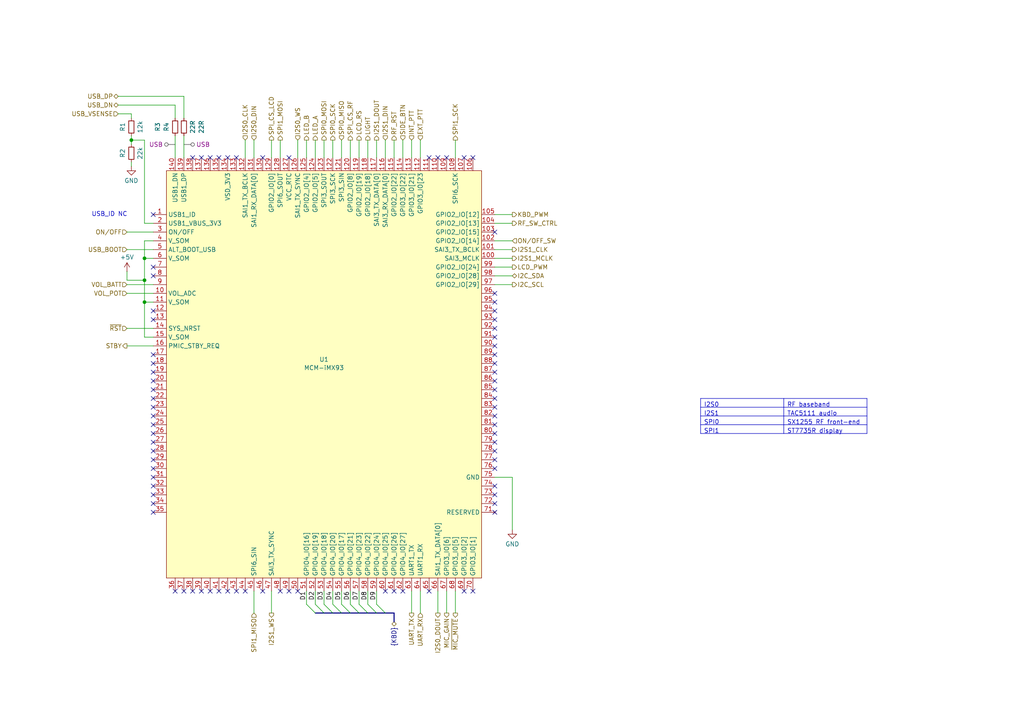
<source format=kicad_sch>
(kicad_sch (version 20250114) (generator "eeschema") (generator_version "9.0")
  (paper "A4")
  (title_block (title "LinHT - Linux-based SDR handheld transceiver") (date "28 July 2025") (rev "A") (company "M17 Foundation") (comment 1 "Author: Wojciech SP5WWP, Andy OE3ANC, Vlastimil OK5VAS"))
  (lib_symbols
    (symbol "Device:R_Small" (pin_numbers (hide yes)) (pin_names (offset 0.254) (hide yes))
      (property "Reference" "R" (at 0 0 90))
      (property "Value" "R_Small" (at 1.778 0 90))
      (symbol "R_Small_0_1"
        (rectangle (start -0.762 1.778) (end 0.762 -1.778) (stroke (width 0.2032)))
      )
      (symbol "R_Small_1_1"
        (pin passive line (at 0 2.54 270) (length 0.762) (name "~") (number "1"))
        (pin passive line (at 0 -2.54 90) (length 0.762) (name "~") (number "2"))
      )
    )
    (symbol "MCM-iMX93-SOM:MCM-iMX93-SOM"
      (property "Reference" "U1" (at 0 1.6814 0))
      (property "Value" "MCM-iMX93" (at 0 0 0))
      (symbol "MCM-iMX93-SOM_1_1"
        (rectangle (start -45.72 55.88) (end 45.72 -62.23) (fill (type background)))
        (pin bidirectional line (at -49.53 43.18 0) (length 3.81) (name "USB1_ID") (number "1"))
        (pin bidirectional line (at -49.53 40.64 0) (length 3.81) (name "USB1_VBUS_3V3") (number "2"))
        (pin bidirectional line (at -49.53 38.1 0) (length 3.81) (name "ON/OFF") (number "3"))
        (pin power_in line (at -49.53 35.56 0) (length 3.81) (name "V_SOM") (number "4"))
        (pin bidirectional line (at -49.53 33.02 0) (length 3.81) (name "ALT_BOOT_USB") (number "5"))
        (pin power_in line (at -49.53 30.48 0) (length 3.81) (name "V_SOM") (number "6"))
        (pin bidirectional line (at -49.53 27.94 0) (length 3.81) (name "") (number "7"))
        (pin bidirectional line (at -49.53 25.4 0) (length 3.81) (name "") (number "8"))
        (pin bidirectional line (at -49.53 22.86 0) (length 3.81) (name "") (number "9"))
        (pin bidirectional line (at -49.53 20.32 0) (length 3.81) (name "VOL_ADC") (number "10"))
        (pin power_in line (at -49.53 17.78 0) (length 3.81) (name "V_SOM") (number "11"))
        (pin bidirectional line (at -49.53 15.24 0) (length 3.81) (name "") (number "12"))
        (pin bidirectional line (at -49.53 12.7 0) (length 3.81) (name "") (number "13"))
        (pin bidirectional line (at -49.53 10.16 0) (length 3.81) (name "SYS_NRST") (number "14"))
        (pin power_in line (at -49.53 7.62 0) (length 3.81) (name "V_SOM") (number "15"))
        (pin bidirectional line (at -49.53 5.08 0) (length 3.81) (name "PMIC_STBY_REQ") (number "16"))
        (pin bidirectional line (at -49.53 2.54 0) (length 3.81) (name "") (number "17"))
        (pin bidirectional line (at -49.53 0 0) (length 3.81) (name "") (number "18"))
        (pin bidirectional line (at -49.53 -2.54 0) (length 3.81) (name "") (number "19"))
        (pin bidirectional line (at -49.53 -5.08 0) (length 3.81) (name "") (number "20"))
        (pin bidirectional line (at -49.53 -7.62 0) (length 3.81) (name "") (number "21"))
        (pin bidirectional line (at -49.53 -10.16 0) (length 3.81) (name "") (number "22"))
        (pin bidirectional line (at -49.53 -12.7 0) (length 3.81) (name "") (number "23"))
        (pin bidirectional line (at -49.53 -15.24 0) (length 3.81) (name "") (number "24"))
        (pin bidirectional line (at -49.53 -17.78 0) (length 3.81) (name "") (number "25"))
        (pin bidirectional line (at -49.53 -20.32 0) (length 3.81) (name "") (number "26"))
        (pin bidirectional line (at -49.53 -22.86 0) (length 3.81) (name "") (number "27"))
        (pin bidirectional line (at -49.53 -25.4 0) (length 3.81) (name "") (number "28"))
        (pin bidirectional line (at -49.53 -27.94 0) (length 3.81) (name "") (number "29"))
        (pin bidirectional line (at -49.53 -30.48 0) (length 3.81) (name "") (number "30"))
        (pin bidirectional line (at -49.53 -33.02 0) (length 3.81) (name "") (number "31"))
        (pin bidirectional line (at -49.53 -35.56 0) (length 3.81) (name "") (number "32"))
        (pin bidirectional line (at -49.53 -38.1 0) (length 3.81) (name "") (number "33"))
        (pin bidirectional line (at -49.53 -40.64 0) (length 3.81) (name "") (number "34"))
        (pin bidirectional line (at -49.53 -43.18 0) (length 3.81) (name "") (number "35"))
        (pin bidirectional line (at -43.18 59.69 270) (length 3.81) (name "USB1_DN") (number "140"))
        (pin bidirectional line (at -43.18 -66.04 90) (length 3.81) (name "") (number "36"))
        (pin bidirectional line (at -40.64 59.69 270) (length 3.81) (name "USB1_DP") (number "139"))
        (pin bidirectional line (at -40.64 -66.04 90) (length 3.81) (name "") (number "37"))
        (pin bidirectional line (at -38.1 59.69 270) (length 3.81) (name "") (number "138"))
        (pin bidirectional line (at -38.1 -66.04 90) (length 3.81) (name "") (number "38"))
        (pin bidirectional line (at -35.56 59.69 270) (length 3.81) (name "") (number "137"))
        (pin bidirectional line (at -35.56 -66.04 90) (length 3.81) (name "") (number "39"))
        (pin bidirectional line (at -33.02 59.69 270) (length 3.81) (name "") (number "136"))
        (pin bidirectional line (at -33.02 -66.04 90) (length 3.81) (name "") (number "40"))
        (pin bidirectional line (at -30.48 59.69 270) (length 3.81) (name "") (number "135"))
        (pin bidirectional line (at -30.48 -66.04 90) (length 3.81) (name "") (number "41"))
        (pin power_out line (at -27.94 59.69 270) (length 3.81) (name "VSD_3V3") (number "134"))
        (pin bidirectional line (at -27.94 -66.04 90) (length 3.81) (name "") (number "42"))
        (pin bidirectional line (at -25.4 59.69 270) (length 3.81) (name "") (number "133"))
        (pin bidirectional line (at -25.4 -66.04 90) (length 3.81) (name "") (number "43"))
        (pin bidirectional line (at -22.86 59.69 270) (length 3.81) (name "SAI1_TX_BCLK") (number "132"))
        (pin bidirectional line (at -22.86 -66.04 90) (length 3.81) (name "") (number "44"))
        (pin bidirectional line (at -20.32 59.69 270) (length 3.81) (name "SAI1_RX_DATA[0]") (number "131"))
        (pin bidirectional line (at -20.32 -66.04 90) (length 3.81) (name "SPI6_SIN") (number "45"))
        (pin bidirectional line (at -17.78 59.69 270) (length 3.81) (name "") (number "130"))
        (pin bidirectional line (at -17.78 -66.04 90) (length 3.81) (name "") (number "46"))
        (pin bidirectional line (at -15.24 59.69 270) (length 3.81) (name "GPIO2_IO[0]") (number "129"))
        (pin bidirectional line (at -15.24 -66.04 90) (length 3.81) (name "SAI3_TX_SYNC") (number "47"))
        (pin bidirectional line (at -12.7 59.69 270) (length 3.81) (name "SPI6_SOUT") (number "128"))
        (pin bidirectional line (at -12.7 -66.04 90) (length 3.81) (name "") (number "48"))
        (pin power_in line (at -10.16 59.69 270) (length 3.81) (name "VCC_RTC") (number "127"))
        (pin bidirectional line (at -10.16 -66.04 90) (length 3.81) (name "") (number "49"))
        (pin bidirectional line (at -7.62 59.69 270) (length 3.81) (name "SAI1_TX_SYNC") (number "126"))
        (pin bidirectional line (at -7.62 -66.04 90) (length 3.81) (name "") (number "50"))
        (pin bidirectional line (at -5.08 59.69 270) (length 3.81) (name "GPIO2_IO[4]") (number "125"))
        (pin bidirectional line (at -5.08 -66.04 90) (length 3.81) (name "GPIO4_IO[16]") (number "51"))
        (pin bidirectional line (at -2.54 59.69 270) (length 3.81) (name "GPIO2_IO[5]") (number "124"))
        (pin bidirectional line (at -2.54 -66.04 90) (length 3.81) (name "GPIO4_IO[19]") (number "52"))
        (pin bidirectional line (at 0 59.69 270) (length 3.81) (name "SPI3_SOUT") (number "123"))
        (pin bidirectional line (at 0 -66.04 90) (length 3.81) (name "GPIO4_IO[18]") (number "53"))
        (pin bidirectional line (at 2.54 59.69 270) (length 3.81) (name "SPI3_SCK") (number "122"))
        (pin bidirectional line (at 2.54 -66.04 90) (length 3.81) (name "GPIO4_IO[20]") (number "54"))
        (pin bidirectional line (at 5.08 59.69 270) (length 3.81) (name "SPI3_SIN") (number "121"))
        (pin bidirectional line (at 5.08 -66.04 90) (length 3.81) (name "GPIO4_IO[17]") (number "55"))
        (pin bidirectional line (at 7.62 59.69 270) (length 3.81) (name "GPIO2_IO[8]") (number "120"))
        (pin bidirectional line (at 7.62 -66.04 90) (length 3.81) (name "GPIO4_IO[21]") (number "56"))
        (pin bidirectional line (at 10.16 59.69 270) (length 3.81) (name "GPIO2_IO[19]") (number "119"))
        (pin bidirectional line (at 10.16 -66.04 90) (length 3.81) (name "GPIO4_IO[23]") (number "57"))
        (pin bidirectional line (at 12.7 59.69 270) (length 3.81) (name "GPIO2_IO[18]") (number "118"))
        (pin bidirectional line (at 12.7 -66.04 90) (length 3.81) (name "GPIO4_IO[22]") (number "58"))
        (pin bidirectional line (at 15.24 59.69 270) (length 3.81) (name "SAI3_TX_DATA[0]") (number "117"))
        (pin bidirectional line (at 15.24 -66.04 90) (length 3.81) (name "GPIO4_IO[24]") (number "59"))
        (pin bidirectional line (at 17.78 59.69 270) (length 3.81) (name "SAI3_RX_DATA[0]") (number "116"))
        (pin bidirectional line (at 17.78 -66.04 90) (length 3.81) (name "GPIO4_IO[25]") (number "60"))
        (pin bidirectional line (at 20.32 59.69 270) (length 3.81) (name "GPIO2_IO[22]") (number "115"))
        (pin bidirectional line (at 20.32 -66.04 90) (length 3.81) (name "GPIO4_IO[26]") (number "61"))
        (pin bidirectional line (at 22.86 59.69 270) (length 3.81) (name "GPIO3_IO[22]") (number "114"))
        (pin bidirectional line (at 22.86 -66.04 90) (length 3.81) (name "GPIO4_IO[27]") (number "62"))
        (pin bidirectional line (at 25.4 59.69 270) (length 3.81) (name "GPIO3_IO[21]") (number "113"))
        (pin bidirectional line (at 25.4 -66.04 90) (length 3.81) (name "UART1_TX") (number "63"))
        (pin bidirectional line (at 27.94 59.69 270) (length 3.81) (name "GPIO3_IO[23") (number "112"))
        (pin bidirectional line (at 27.94 -66.04 90) (length 3.81) (name "UART1_RX") (number "64"))
        (pin bidirectional line (at 30.48 59.69 270) (length 3.81) (name "") (number "111"))
        (pin bidirectional line (at 30.48 -66.04 90) (length 3.81) (name "") (number "65"))
        (pin bidirectional line (at 33.02 59.69 270) (length 3.81) (name "") (number "110"))
        (pin bidirectional line (at 33.02 -66.04 90) (length 3.81) (name "SAI1_TX_DATA[0]") (number "66"))
        (pin bidirectional line (at 35.56 59.69 270) (length 3.81) (name "") (number "109"))
        (pin bidirectional line (at 35.56 -66.04 90) (length 3.81) (name "GPIO3_IO[6]") (number "67"))
        (pin bidirectional line (at 38.1 59.69 270) (length 3.81) (name "SPI6_SCK") (number "108"))
        (pin bidirectional line (at 38.1 -66.04 90) (length 3.81) (name "GPIO3_IO[5]") (number "68"))
        (pin bidirectional line (at 40.64 59.69 270) (length 3.81) (name "") (number "107"))
        (pin bidirectional line (at 40.64 -66.04 90) (length 3.81) (name "GPIO3_IO[2]") (number "69"))
        (pin bidirectional line (at 43.18 59.69 270) (length 3.81) (name "") (number "106"))
        (pin bidirectional line (at 43.18 -66.04 90) (length 3.81) (name "GPIO3_IO[1]") (number "70"))
        (pin bidirectional line (at 49.53 43.18 180) (length 3.81) (name "GPIO2_IO[12]") (number "105"))
        (pin bidirectional line (at 49.53 40.64 180) (length 3.81) (name "GPIO2_IO[13]") (number "104"))
        (pin bidirectional line (at 49.53 38.1 180) (length 3.81) (name "GPIO2_IO[15]") (number "103"))
        (pin bidirectional line (at 49.53 35.56 180) (length 3.81) (name "GPIO2_IO[14]") (number "102"))
        (pin bidirectional line (at 49.53 33.02 180) (length 3.81) (name "SAI3_TX_BCLK") (number "101"))
        (pin bidirectional line (at 49.53 30.48 180) (length 3.81) (name "SAI3_MCLK") (number "100"))
        (pin bidirectional line (at 49.53 27.94 180) (length 3.81) (name "GPIO2_IO[24]") (number "99"))
        (pin bidirectional line (at 49.53 25.4 180) (length 3.81) (name "GPIO2_IO[28]") (number "98"))
        (pin bidirectional line (at 49.53 22.86 180) (length 3.81) (name "GPIO2_IO[29]") (number "97"))
        (pin bidirectional line (at 49.53 20.32 180) (length 3.81) (name "") (number "96"))
        (pin bidirectional line (at 49.53 17.78 180) (length 3.81) (name "") (number "95"))
        (pin bidirectional line (at 49.53 15.24 180) (length 3.81) (name "") (number "94"))
        (pin bidirectional line (at 49.53 12.7 180) (length 3.81) (name "") (number "93"))
        (pin bidirectional line (at 49.53 10.16 180) (length 3.81) (name "") (number "92"))
        (pin bidirectional line (at 49.53 7.62 180) (length 3.81) (name "") (number "91"))
        (pin bidirectional line (at 49.53 5.08 180) (length 3.81) (name "") (number "90"))
        (pin bidirectional line (at 49.53 2.54 180) (length 3.81) (name "") (number "89"))
        (pin bidirectional line (at 49.53 0 180) (length 3.81) (name "") (number "88"))
        (pin bidirectional line (at 49.53 -2.54 180) (length 3.81) (name "") (number "87"))
        (pin bidirectional line (at 49.53 -5.08 180) (length 3.81) (name "") (number "86"))
        (pin bidirectional line (at 49.53 -7.62 180) (length 3.81) (name "") (number "85"))
        (pin bidirectional line (at 49.53 -10.16 180) (length 3.81) (name "") (number "84"))
        (pin bidirectional line (at 49.53 -12.7 180) (length 3.81) (name "") (number "83"))
        (pin bidirectional line (at 49.53 -15.24 180) (length 3.81) (name "") (number "82"))
        (pin bidirectional line (at 49.53 -17.78 180) (length 3.81) (name "") (number "81"))
        (pin bidirectional line (at 49.53 -20.32 180) (length 3.81) (name "") (number "80"))
        (pin bidirectional line (at 49.53 -22.86 180) (length 3.81) (name "") (number "79"))
        (pin bidirectional line (at 49.53 -25.4 180) (length 3.81) (name "") (number "78"))
        (pin bidirectional line (at 49.53 -27.94 180) (length 3.81) (name "") (number "77"))
        (pin bidirectional line (at 49.53 -30.48 180) (length 3.81) (name "") (number "76"))
        (pin power_in line (at 49.53 -33.02 180) (length 3.81) (name "GND") (number "75"))
        (pin power_in line (at 49.53 -33.02 180) (length 3.81) (hide yes) (name "GND") (number "G1"))
        (pin power_in line (at 49.53 -33.02 180) (length 3.81) (hide yes) (name "GND") (number "G10"))
        (pin power_in line (at 49.53 -33.02 180) (length 3.81) (hide yes) (name "GND") (number "G11"))
        (pin power_in line (at 49.53 -33.02 180) (length 3.81) (hide yes) (name "GND") (number "G12"))
        (pin power_in line (at 49.53 -33.02 180) (length 3.81) (hide yes) (name "GND") (number "G13"))
        (pin power_in line (at 49.53 -33.02 180) (length 3.81) (hide yes) (name "GND") (number "G14"))
        (pin power_in line (at 49.53 -33.02 180) (length 3.81) (hide yes) (name "GND") (number "G15"))
        (pin power_in line (at 49.53 -33.02 180) (length 3.81) (hide yes) (name "GND") (number "G16"))
        (pin power_in line (at 49.53 -33.02 180) (length 3.81) (hide yes) (name "GND") (number "G17"))
        (pin power_in line (at 49.53 -33.02 180) (length 3.81) (hide yes) (name "GND") (number "G18"))
        (pin power_in line (at 49.53 -33.02 180) (length 3.81) (hide yes) (name "GND") (number "G19"))
        (pin power_in line (at 49.53 -33.02 180) (length 3.81) (hide yes) (name "GND") (number "G2"))
        (pin power_in line (at 49.53 -33.02 180) (length 3.81) (hide yes) (name "GND") (number "G20"))
        (pin power_in line (at 49.53 -33.02 180) (length 3.81) (hide yes) (name "GND") (number "G21"))
        (pin power_in line (at 49.53 -33.02 180) (length 3.81) (hide yes) (name "GND") (number "G22"))
        (pin power_in line (at 49.53 -33.02 180) (length 3.81) (hide yes) (name "GND") (number "G23"))
        (pin power_in line (at 49.53 -33.02 180) (length 3.81) (hide yes) (name "GND") (number "G24"))
        (pin power_in line (at 49.53 -33.02 180) (length 3.81) (hide yes) (name "GND") (number "G3"))
        (pin power_in line (at 49.53 -33.02 180) (length 3.81) (hide yes) (name "GND") (number "G4"))
        (pin power_in line (at 49.53 -33.02 180) (length 3.81) (hide yes) (name "GND") (number "G5"))
        (pin power_in line (at 49.53 -33.02 180) (length 3.81) (hide yes) (name "GND") (number "G6"))
        (pin power_in line (at 49.53 -33.02 180) (length 3.81) (hide yes) (name "GND") (number "G7"))
        (pin power_in line (at 49.53 -33.02 180) (length 3.81) (hide yes) (name "GND") (number "G8"))
        (pin power_in line (at 49.53 -33.02 180) (length 3.81) (hide yes) (name "GND") (number "G9"))
        (pin bidirectional line (at 49.53 -35.56 180) (length 3.81) (name "") (number "74"))
        (pin bidirectional line (at 49.53 -38.1 180) (length 3.81) (name "") (number "73"))
        (pin bidirectional line (at 49.53 -40.64 180) (length 3.81) (name "") (number "72"))
        (pin no_connect line (at 49.53 -43.18 180) (length 3.81) (name "RESERVED") (number "71"))
        (pin no_connect line (at 49.53 -45.72 180) (length 3.81) (hide yes) (name "NC") (number "G28"))
        (pin no_connect line (at 49.53 -46.99 180) (length 3.81) (hide yes) (name "NC") (number "G25"))
        (pin no_connect line (at 49.53 -48.26 180) (length 3.81) (hide yes) (name "NC") (number "G26"))
        (pin no_connect line (at 49.53 -49.53 180) (length 3.81) (hide yes) (name "NC") (number "G27"))
      )
    )
    (symbol "power:+5V" (power) (pin_numbers (hide yes)) (pin_names (offset 0) (hide yes))
      (property "Value" "+5V" (at 0 3.556 0))
      (symbol "+5V_0_1"
        (polyline (pts (xy -0.762 1.27) (xy 0 2.54)))
        (polyline (pts (xy 0 2.54) (xy 0.762 1.27)))
        (polyline (pts (xy 0 0) (xy 0 2.54)))
      )
      (symbol "+5V_1_1"
        (pin power_in line (at 0 0 90) (length 0) (name "~") (number "1"))
      )
    )
    (symbol "power:GND" (power) (pin_numbers (hide yes)) (pin_names (offset 0) (hide yes))
      (property "Value" "GND" (at 0 -3.81 0))
      (symbol "GND_0_1"
        (polyline (pts (xy 0 0) (xy 0 -1.27) (xy 1.27 -1.27) (xy 0 -2.54) (xy -1.27 -1.27) (xy 0 -1.27)))
      )
      (symbol "GND_1_1"
        (pin power_in line (at 0 0 270) (length 0) (name "~") (number "1"))
      )
    )
  )
  (text "USB_ID NC" (at 31.75 62.23 0) (effects (font (size 1.27 1.27))))
  (junction (at 38.1 40.64))
  (junction (at 41.91 81.28))
  (junction (at 41.91 87.63))
  (junction (at 41.91 74.93))
  (no_connect (at 143.51 100.33))
  (no_connect (at 143.51 90.17))
  (no_connect (at 143.51 130.81))
  (no_connect (at 143.51 120.65))
  (no_connect (at 124.46 171.45))
  (no_connect (at 68.58 171.45))
  (no_connect (at 143.51 97.79))
  (no_connect (at 44.45 102.87))
  (no_connect (at 44.45 118.11))
  (no_connect (at 143.51 107.95))
  (no_connect (at 134.62 171.45))
  (no_connect (at 143.51 123.19))
  (no_connect (at 143.51 113.03))
  (no_connect (at 111.76 171.45))
  (no_connect (at 143.51 140.97))
  (no_connect (at 143.51 87.63))
  (no_connect (at 44.45 115.57))
  (no_connect (at 114.3 171.45))
  (no_connect (at 50.8 171.45))
  (no_connect (at 116.84 171.45))
  (no_connect (at 83.82 171.45))
  (no_connect (at 81.28 171.45))
  (no_connect (at 68.58 45.72))
  (no_connect (at 44.45 140.97))
  (no_connect (at 71.12 171.45))
  (no_connect (at 44.45 143.51))
  (no_connect (at 53.34 171.45))
  (no_connect (at 76.2 171.45))
  (no_connect (at 127 45.72))
  (no_connect (at 83.82 45.72))
  (no_connect (at 143.51 146.05))
  (no_connect (at 143.51 115.57))
  (no_connect (at 143.51 148.59))
  (no_connect (at 143.51 95.25))
  (no_connect (at 63.5 171.45))
  (no_connect (at 44.45 110.49))
  (no_connect (at 143.51 143.51))
  (no_connect (at 44.45 125.73))
  (no_connect (at 143.51 110.49))
  (no_connect (at 143.51 125.73))
  (no_connect (at 44.45 107.95))
  (no_connect (at 143.51 128.27))
  (no_connect (at 44.45 80.01))
  (no_connect (at 66.04 171.45))
  (no_connect (at 143.51 85.09))
  (no_connect (at 44.45 130.81))
  (no_connect (at 76.2 45.72))
  (no_connect (at 143.51 135.89))
  (no_connect (at 134.62 45.72))
  (no_connect (at 63.5 45.72))
  (no_connect (at 44.45 92.71))
  (no_connect (at 44.45 105.41))
  (no_connect (at 44.45 146.05))
  (no_connect (at 86.36 171.45))
  (no_connect (at 58.42 45.72))
  (no_connect (at 44.45 123.19))
  (no_connect (at 143.51 133.35))
  (no_connect (at 143.51 118.11))
  (no_connect (at 44.45 128.27))
  (no_connect (at 137.16 45.72))
  (no_connect (at 143.51 92.71))
  (no_connect (at 44.45 138.43))
  (no_connect (at 55.88 45.72))
  (no_connect (at 124.46 45.72))
  (no_connect (at 60.96 45.72))
  (no_connect (at 60.96 171.45))
  (no_connect (at 143.51 102.87))
  (no_connect (at 143.51 105.41))
  (no_connect (at 44.45 120.65))
  (no_connect (at 44.45 90.17))
  (no_connect (at 129.54 45.72))
  (no_connect (at 44.45 113.03))
  (no_connect (at 44.45 62.23))
  (no_connect (at 58.42 171.45))
  (no_connect (at 44.45 148.59))
  (no_connect (at 44.45 77.47))
  (no_connect (at 55.88 171.45))
  (no_connect (at 66.04 45.72))
  (no_connect (at 44.45 135.89))
  (no_connect (at 143.51 67.31))
  (no_connect (at 44.45 133.35))
  (no_connect (at 137.16 171.45))
  (bus_entry (at 104.14 177.8) (size -2.54 -2.54))
  (bus_entry (at 91.44 177.8) (size -2.54 -2.54))
  (bus_entry (at 101.6 177.8) (size -2.54 -2.54))
  (bus_entry (at 106.68 177.8) (size -2.54 -2.54))
  (bus_entry (at 93.98 177.8) (size -2.54 -2.54))
  (bus_entry (at 109.22 177.8) (size -2.54 -2.54))
  (bus_entry (at 96.52 177.8) (size -2.54 -2.54))
  (bus_entry (at 111.76 177.8) (size -2.54 -2.54))
  (bus_entry (at 99.06 177.8) (size -2.54 -2.54))
  (wire (pts (xy 143.51 77.47) (xy 148.59 77.47)))
  (wire (pts (xy 34.29 27.94) (xy 53.34 27.94)))
  (wire (pts (xy 50.8 30.48) (xy 50.8 34.29)))
  (wire (pts (xy 93.98 40.64) (xy 93.98 45.72)))
  (wire (pts (xy 127 171.45) (xy 127 177.8)))
  (wire (pts (xy 38.1 46.99) (xy 38.1 48.26)))
  (wire (pts (xy 109.22 171.45) (xy 109.22 175.26)))
  (bus (pts (xy 109.22 177.8) (xy 111.76 177.8)))
  (wire (pts (xy 41.91 64.77) (xy 41.91 40.64)))
  (wire (pts (xy 36.83 81.28) (xy 41.91 81.28)))
  (bus (pts (xy 101.6 177.8) (xy 104.14 177.8)))
  (wire (pts (xy 36.83 82.55) (xy 44.45 82.55)))
  (wire (pts (xy 41.91 74.93) (xy 41.91 69.85)))
  (wire (pts (xy 132.08 171.45) (xy 132.08 177.8)))
  (wire (pts (xy 86.36 40.64) (xy 86.36 45.72)))
  (wire (pts (xy 38.1 39.37) (xy 38.1 40.64)))
  (wire (pts (xy 121.92 40.64) (xy 121.92 45.72)))
  (wire (pts (xy 132.08 40.64) (xy 132.08 45.72)))
  (wire (pts (xy 148.59 138.43) (xy 148.59 153.67)))
  (wire (pts (xy 50.8 39.37) (xy 50.8 45.72)))
  (wire (pts (xy 121.92 177.8) (xy 121.92 171.45)))
  (wire (pts (xy 41.91 87.63) (xy 44.45 87.63)))
  (wire (pts (xy 36.83 67.31) (xy 44.45 67.31)))
  (wire (pts (xy 104.14 171.45) (xy 104.14 175.26)))
  (wire (pts (xy 53.34 39.37) (xy 53.34 45.72)))
  (wire (pts (xy 114.3 40.64) (xy 114.3 45.72)))
  (wire (pts (xy 143.51 69.85) (xy 148.59 69.85)))
  (bus (pts (xy 114.3 180.34) (xy 114.3 177.8)))
  (wire (pts (xy 44.45 69.85) (xy 41.91 69.85)))
  (bus (pts (xy 91.44 177.8) (xy 93.98 177.8)))
  (wire (pts (xy 41.91 74.93) (xy 44.45 74.93)))
  (wire (pts (xy 143.51 82.55) (xy 148.59 82.55)))
  (wire (pts (xy 111.76 40.64) (xy 111.76 45.72)))
  (wire (pts (xy 109.22 40.64) (xy 109.22 45.72)))
  (wire (pts (xy 34.29 30.48) (xy 50.8 30.48)))
  (wire (pts (xy 81.28 40.64) (xy 81.28 45.72)))
  (wire (pts (xy 36.83 85.09) (xy 44.45 85.09)))
  (wire (pts (xy 41.91 81.28) (xy 41.91 74.93)))
  (wire (pts (xy 73.66 171.45) (xy 73.66 177.8)))
  (wire (pts (xy 34.29 33.02) (xy 38.1 33.02)))
  (wire (pts (xy 104.14 40.64) (xy 104.14 45.72)))
  (wire (pts (xy 53.34 27.94) (xy 53.34 34.29)))
  (wire (pts (xy 101.6 40.64) (xy 101.6 45.72)))
  (wire (pts (xy 143.51 64.77) (xy 148.59 64.77)))
  (wire (pts (xy 88.9 171.45) (xy 88.9 175.26)))
  (wire (pts (xy 73.66 40.64) (xy 73.66 45.72)))
  (wire (pts (xy 93.98 171.45) (xy 93.98 175.26)))
  (wire (pts (xy 106.68 171.45) (xy 106.68 175.26)))
  (wire (pts (xy 38.1 40.64) (xy 38.1 41.91)))
  (wire (pts (xy 143.51 62.23) (xy 148.59 62.23)))
  (wire (pts (xy 38.1 33.02) (xy 38.1 34.29)))
  (wire (pts (xy 44.45 64.77) (xy 41.91 64.77)))
  (bus (pts (xy 99.06 177.8) (xy 101.6 177.8)))
  (wire (pts (xy 78.74 177.8) (xy 78.74 171.45)))
  (wire (pts (xy 44.45 97.79) (xy 41.91 97.79)))
  (wire (pts (xy 106.68 40.64) (xy 106.68 45.72)))
  (wire (pts (xy 41.91 40.64) (xy 38.1 40.64)))
  (wire (pts (xy 143.51 138.43) (xy 148.59 138.43)))
  (bus (pts (xy 93.98 177.8) (xy 96.52 177.8)))
  (bus (pts (xy 106.68 177.8) (xy 109.22 177.8)))
  (wire (pts (xy 88.9 40.64) (xy 88.9 45.72)))
  (wire (pts (xy 129.54 171.45) (xy 129.54 177.8)))
  (wire (pts (xy 36.83 78.74) (xy 36.83 81.28)))
  (wire (pts (xy 143.51 74.93) (xy 148.59 74.93)))
  (wire (pts (xy 41.91 81.28) (xy 41.91 87.63)))
  (wire (pts (xy 99.06 40.64) (xy 99.06 45.72)))
  (bus (pts (xy 104.14 177.8) (xy 106.68 177.8)))
  (wire (pts (xy 99.06 171.45) (xy 99.06 175.26)))
  (wire (pts (xy 119.38 177.8) (xy 119.38 171.45)))
  (wire (pts (xy 96.52 40.64) (xy 96.52 45.72)))
  (wire (pts (xy 41.91 97.79) (xy 41.91 87.63)))
  (wire (pts (xy 119.38 40.64) (xy 119.38 45.72)))
  (bus (pts (xy 111.76 177.8) (xy 114.3 177.8)))
  (wire (pts (xy 101.6 171.45) (xy 101.6 175.26)))
  (bus (pts (xy 96.52 177.8) (xy 99.06 177.8)))
  (wire (pts (xy 36.83 72.39) (xy 44.45 72.39)))
  (wire (pts (xy 96.52 171.45) (xy 96.52 175.26)))
  (wire (pts (xy 36.83 95.25) (xy 44.45 95.25)))
  (wire (pts (xy 91.44 40.64) (xy 91.44 45.72)))
  (wire (pts (xy 148.59 72.39) (xy 143.51 72.39)))
  (wire (pts (xy 71.12 40.64) (xy 71.12 45.72)))
  (wire (pts (xy 116.84 40.64) (xy 116.84 45.72)))
  (wire (pts (xy 91.44 171.45) (xy 91.44 175.26)))
  (wire (pts (xy 78.74 40.64) (xy 78.74 45.72)))
  (wire (pts (xy 36.83 100.33) (xy 44.45 100.33)))
  (wire (pts (xy 143.51 80.01) (xy 148.59 80.01)))
  (table (column_count 2) (border (external yes) (header yes)) (separators (rows yes) (cols yes)) (column_widths 24.13 24.13) (row_heights 2.54 2.54 2.54 2.54) (cells (table_cell "I2S0" (at 203.2 115.57 0) (size 24.13 2.54) (margins 0.9525 0.9525 0.9525 0.9525) (span 1 1)) (table_cell "RF baseband" (at 227.33 115.57 0) (size 24.13 2.54) (margins 0.9525 0.9525 0.9525 0.9525) (span 1 1)) (table_cell "I2S1" (at 203.2 118.11 0) (size 24.13 2.54) (margins 0.9525 0.9525 0.9525 0.9525) (span 1 1)) (table_cell "TAC5111 audio" (at 227.33 118.11 0) (size 24.13 2.54) (margins 0.9525 0.9525 0.9525 0.9525) (span 1 1)) (table_cell "SPI0" (at 203.2 120.65 0) (size 24.13 2.54) (margins 0.9525 0.9525 0.9525 0.9525) (span 1 1)) (table_cell "SX1255 RF front-end" (at 227.33 120.65 0) (size 24.13 2.54) (margins 0.9525 0.9525 0.9525 0.9525) (span 1 1)) (table_cell "SPI1" (at 203.2 123.19 0) (size 24.13 2.54) (margins 0.9525 0.9525 0.9525 0.9525) (span 1 1)) (table_cell "ST7735R display" (at 227.33 123.19 0) (size 24.13 2.54) (margins 0.9525 0.9525 0.9525 0.9525) (span 1 1))))
  (label "D5" (at 99.06 171.45 270))
  (label "D3" (at 93.98 171.45 270))
  (label "D8" (at 106.68 171.45 270))
  (label "D7" (at 104.14 171.45 270))
  (label "D4" (at 96.52 171.45 270))
  (label "D9" (at 109.22 171.45 270))
  (label "D6" (at 101.6 171.45 270))
  (label "D1" (at 88.9 171.45 270))
  (label "D2" (at 91.44 171.45 270))
  (hierarchical_label "I2S0_CLK" (shape input) (at 71.12 40.64 90))
  (hierarchical_label "RF_SW_CTRL" (shape output) (at 148.59 64.77 0))
  (hierarchical_label "I2S0_DIN" (shape input) (at 73.66 40.64 90))
  (hierarchical_label "SPI1_MOSI" (shape output) (at 81.28 40.64 90))
  (hierarchical_label "SPI_CS_LCD" (shape output) (at 78.74 40.64 90))
  (hierarchical_label "I2S1_CLK" (shape output) (at 148.59 72.39 0))
  (hierarchical_label "UART_RX" (shape input) (at 121.92 177.8 270))
  (hierarchical_label "USB_VSENSE" (shape input) (at 34.29 33.02 180))
  (hierarchical_label "I2C_SCL" (shape output) (at 148.59 82.55 0))
  (hierarchical_label "{KBD}" (shape bidirectional) (at 114.3 180.34 270))
  (hierarchical_label "KBD_PWM" (shape output) (at 148.59 62.23 0))
  (hierarchical_label "SPI1_MISO" (shape input) (at 73.66 177.8 270))
  (hierarchical_label "SPI0_MOSI" (shape output) (at 93.98 40.64 90))
  (hierarchical_label "SPI1_SCK" (shape output) (at 132.08 40.64 90))
  (hierarchical_label "EXT_PTT" (shape input) (at 121.92 40.64 90))
  (hierarchical_label "I2S1_DOUT" (shape output) (at 109.22 40.64 90))
  (hierarchical_label "STBY" (shape output) (at 36.83 100.33 180))
  (hierarchical_label "USB_DP" (shape bidirectional) (at 34.29 27.94 180))
  (hierarchical_label "VOL_BATT" (shape input) (at 36.83 82.55 180))
  (hierarchical_label "LIGHT" (shape output) (at 106.68 40.64 90))
  (hierarchical_label "INT_PTT" (shape input) (at 119.38 40.64 90))
  (hierarchical_label "UART_TX" (shape output) (at 119.38 177.8 270))
  (hierarchical_label "VOL_POT" (shape input) (at 36.83 85.09 180))
  (hierarchical_label "~{MIC_MUTE}" (shape output) (at 132.08 177.8 270))
  (hierarchical_label "SPI0_MISO" (shape input) (at 99.06 40.64 90))
  (hierarchical_label "SPI_CS_RF" (shape output) (at 101.6 40.64 90))
  (hierarchical_label "ON{slash}OFF_SW" (shape input) (at 148.59 69.85 0))
  (hierarchical_label "I2S1_WS" (shape output) (at 78.74 177.8 270))
  (hierarchical_label "LCD_PWM" (shape output) (at 148.59 77.47 0))
  (hierarchical_label "LED_B" (shape output) (at 88.9 40.64 90))
  (hierarchical_label "SIDE_BTN" (shape input) (at 116.84 40.64 90))
  (hierarchical_label "I2S0_WS" (shape input) (at 86.36 40.64 90))
  (hierarchical_label "LED_A" (shape output) (at 91.44 40.64 90))
  (hierarchical_label "I2S1_MCLK" (shape output) (at 148.59 74.93 0))
  (hierarchical_label "LCD_RS" (shape output) (at 104.14 40.64 90))
  (hierarchical_label "I2S0_DOUT" (shape output) (at 127 177.8 270))
  (hierarchical_label "USB_DN" (shape bidirectional) (at 34.29 30.48 180))
  (hierarchical_label "USB_BOOT" (shape input) (at 36.83 72.39 180))
  (hierarchical_label "MIC_GAIN" (shape output) (at 129.54 177.8 270))
  (hierarchical_label "~{RST}" (shape input) (at 36.83 95.25 180))
  (hierarchical_label "SPI0_SCK" (shape output) (at 96.52 40.64 90))
  (hierarchical_label "I2S1_DIN" (shape input) (at 111.76 40.64 90))
  (hierarchical_label "I2C_SDA" (shape bidirectional) (at 148.59 80.01 0))
  (hierarchical_label "RF_RST" (shape output) (at 114.3 40.64 90))
  (hierarchical_label "ON{slash}OFF" (shape input) (at 36.83 67.31 180))
  (netclass_flag "" (length 2.54) (shape round) (at 53.34 41.91 270) (property "Netclass" "USB" (at 56.896 41.91 0) (effects (justify left))))
  (netclass_flag "" (length 2.54) (shape round) (at 50.8 41.91 90) (property "Netclass" "USB" (at 47.244 41.91 0) (effects (justify right))))
  (symbol (lib_id "Device:R_Small") (at 50.8 36.83 180) (unit 1)
    (property "Reference" "R3" (at 45.72 36.83 90))
    (property "Value" "22R" (at 58.42 36.83 90))
    (property "Footprint" "Resistor_SMD:R_0402_1005Metric" (effects (hide yes)))
    (property "Description" "Resistor, small symbol" (effects (hide yes)))
  )
  (symbol (lib_id "MCM-iMX93-SOM:MCM-iMX93-SOM") (at 93.98 105.41 0) (unit 1)
    (property "Reference" "U1" (at 93.98 104.2557 0))
    (property "Value" "MCM-iMX93" (at 93.98 106.68 0))
    (property "Footprint" "parts:MCM-iMX93" (effects (hide yes)))
  )
  (symbol (lib_id "power:+5V") (at 36.83 78.74 0) (unit 1)
    (property "Reference" "#PWR01" (effects (hide yes)))
    (property "Value" "+5V" (at 36.83 74.6069 0))
    (property "Description" "Power symbol creates a global label with name \"+5V\"" (effects (hide yes)))
  )
  (symbol (lib_id "Device:R_Small") (at 38.1 44.45 180) (unit 1)
    (property "Reference" "R2" (at 35.56 44.45 90))
    (property "Value" "22k" (at 40.64 44.45 90))
    (property "Footprint" "Resistor_SMD:R_0402_1005Metric" (effects (hide yes)))
    (property "Description" "Resistor, small symbol" (effects (hide yes)))
  )
  (symbol (lib_id "power:GND") (at 38.1 48.26 0) (unit 1)
    (property "Reference" "#PWR02" (effects (hide yes)))
    (property "Value" "GND" (at 38.1 52.3931 0))
    (property "Description" "Power symbol creates a global label with name \"GND\" , ground" (effects (hide yes)))
  )
  (symbol (lib_id "power:GND") (at 148.59 153.67 0) (unit 1)
    (property "Reference" "#PWR03" (effects (hide yes)))
    (property "Value" "GND" (at 148.59 157.8031 0))
    (property "Description" "Power symbol creates a global label with name \"GND\" , ground" (effects (hide yes)))
  )
  (symbol (lib_id "Device:R_Small") (at 38.1 36.83 180) (unit 1)
    (property "Reference" "R1" (at 35.56 36.83 90))
    (property "Value" "12k" (at 40.64 36.83 90))
    (property "Footprint" "Resistor_SMD:R_0402_1005Metric" (effects (hide yes)))
    (property "Description" "Resistor, small symbol" (effects (hide yes)))
  )
  (symbol (lib_id "Device:R_Small") (at 53.34 36.83 180) (unit 1)
    (property "Reference" "R4" (at 48.26 36.83 90))
    (property "Value" "22R" (at 55.88 36.83 90))
    (property "Footprint" "Resistor_SMD:R_0402_1005Metric" (effects (hide yes)))
    (property "Description" "Resistor, small symbol" (effects (hide yes)))
  )
)
</source>
